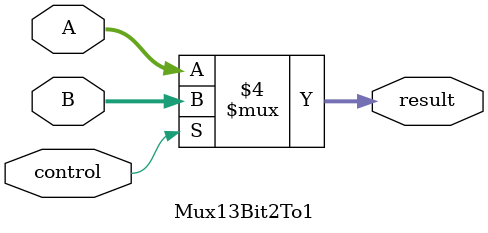
<source format=v>
`timescale 1ns / 1ps
module Mux13Bit2To1(A,B,control,result);
input [12:0] A,B;
input control;
output reg [12:0] result;
always @(*) begin
    if(control==0)
        result = A;
    else
        result = B;
end
endmodule
</source>
